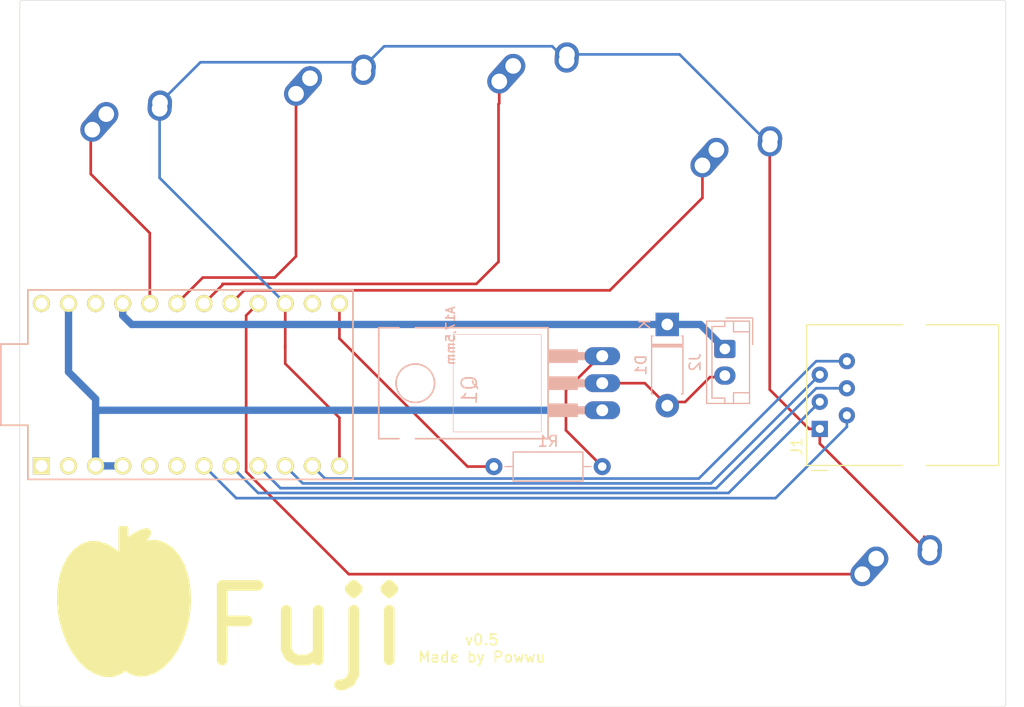
<source format=kicad_pcb>
(kicad_pcb (version 20171130) (host pcbnew 5.1.4)

  (general
    (thickness 1.6)
    (drawings 133)
    (tracks 99)
    (zones 0)
    (modules 11)
    (nets 24)
  )

  (page A4)
  (layers
    (0 F.Cu signal)
    (31 B.Cu signal)
    (32 B.Adhes user)
    (33 F.Adhes user)
    (34 B.Paste user)
    (35 F.Paste user)
    (36 B.SilkS user)
    (37 F.SilkS user)
    (38 B.Mask user)
    (39 F.Mask user)
    (40 Dwgs.User user)
    (41 Cmts.User user)
    (42 Eco1.User user)
    (43 Eco2.User user)
    (44 Edge.Cuts user)
    (45 Margin user)
    (46 B.CrtYd user)
    (47 F.CrtYd user)
    (48 B.Fab user)
    (49 F.Fab user)
  )

  (setup
    (last_trace_width 0.25)
    (user_trace_width 0.69)
    (trace_clearance 0.2)
    (zone_clearance 0.508)
    (zone_45_only no)
    (trace_min 0.2)
    (via_size 0.8)
    (via_drill 0.4)
    (via_min_size 0.4)
    (via_min_drill 0.3)
    (uvia_size 0.3)
    (uvia_drill 0.1)
    (uvias_allowed no)
    (uvia_min_size 0.2)
    (uvia_min_drill 0.1)
    (edge_width 0.05)
    (segment_width 0.2)
    (pcb_text_width 0.3)
    (pcb_text_size 1.5 1.5)
    (mod_edge_width 0.12)
    (mod_text_size 1 1)
    (mod_text_width 0.15)
    (pad_size 1.524 1.524)
    (pad_drill 0.762)
    (pad_to_mask_clearance 0.051)
    (solder_mask_min_width 0.25)
    (aux_axis_origin 0 0)
    (visible_elements FFFFFF7F)
    (pcbplotparams
      (layerselection 0x010fc_ffffffff)
      (usegerberextensions false)
      (usegerberattributes false)
      (usegerberadvancedattributes false)
      (creategerberjobfile false)
      (excludeedgelayer true)
      (linewidth 0.100000)
      (plotframeref false)
      (viasonmask false)
      (mode 1)
      (useauxorigin false)
      (hpglpennumber 1)
      (hpglpenspeed 20)
      (hpglpendiameter 15.000000)
      (psnegative false)
      (psa4output false)
      (plotreference true)
      (plotvalue true)
      (plotinvisibletext false)
      (padsonsilk false)
      (subtractmaskfromsilk false)
      (outputformat 1)
      (mirror false)
      (drillshape 0)
      (scaleselection 1)
      (outputdirectory "gerbers-left/"))
  )

  (net 0 "")
  (net 1 "Net-(D1-Pad2)")
  (net 2 VCC)
  (net 3 ROW0)
  (net 4 COL5)
  (net 5 COL6)
  (net 6 COL7)
  (net 7 COL8)
  (net 8 COL9)
  (net 9 COL4)
  (net 10 COL3)
  (net 11 COL2)
  (net 12 COL1)
  (net 13 COL0)
  (net 14 GND)
  (net 15 "Net-(Q1-PadB)")
  (net 16 SOL)
  (net 17 "Net-(U1-Pad24)")
  (net 18 "Net-(U1-Pad22)")
  (net 19 "Net-(U1-Pad14)")
  (net 20 "Net-(U1-Pad6)")
  (net 21 "Net-(U1-Pad5)")
  (net 22 "Net-(U1-Pad2)")
  (net 23 "Net-(U1-Pad1)")

  (net_class Default "This is the default net class."
    (clearance 0.2)
    (trace_width 0.25)
    (via_dia 0.8)
    (via_drill 0.4)
    (uvia_dia 0.3)
    (uvia_drill 0.1)
    (add_net COL0)
    (add_net COL1)
    (add_net COL2)
    (add_net COL3)
    (add_net COL4)
    (add_net COL5)
    (add_net COL6)
    (add_net COL7)
    (add_net COL8)
    (add_net COL9)
    (add_net GND)
    (add_net "Net-(D1-Pad2)")
    (add_net "Net-(Q1-PadB)")
    (add_net "Net-(U1-Pad1)")
    (add_net "Net-(U1-Pad14)")
    (add_net "Net-(U1-Pad2)")
    (add_net "Net-(U1-Pad22)")
    (add_net "Net-(U1-Pad24)")
    (add_net "Net-(U1-Pad5)")
    (add_net "Net-(U1-Pad6)")
    (add_net ROW0)
    (add_net SOL)
    (add_net VCC)
  )

  (module Connector_RJ:RJ12_Amphenol_54601 (layer F.Cu) (tedit 5AE2E32D) (tstamp 62CDEBB9)
    (at 182.2 115.4 90)
    (descr "RJ12 connector  https://cdn.amphenol-icc.com/media/wysiwyg/files/drawing/c-bmj-0082.pdf")
    (tags "RJ12 connector")
    (path /62BFBA89)
    (fp_text reference J1 (at -1.67 -2.16 90) (layer F.SilkS)
      (effects (font (size 1 1) (thickness 0.15)))
    )
    (fp_text value 6P6C (at 3.54 18.3 90) (layer F.Fab)
      (effects (font (size 1 1) (thickness 0.15)))
    )
    (fp_text user %R (at 3.16 7.76 90) (layer F.Fab)
      (effects (font (size 1 1) (thickness 0.15)))
    )
    (fp_line (start -3.43 16.77) (end -3.43 0.52) (layer F.Fab) (width 0.1))
    (fp_line (start -3.43 -1.23) (end 9.77 -1.23) (layer F.Fab) (width 0.1))
    (fp_line (start 9.77 -1.23) (end 9.77 16.77) (layer F.Fab) (width 0.1))
    (fp_line (start 9.77 16.77) (end -3.43 16.77) (layer F.Fab) (width 0.1))
    (fp_line (start -4.04 -1.73) (end 10.38 -1.73) (layer F.CrtYd) (width 0.05))
    (fp_line (start 10.38 -1.73) (end 10.38 17.27) (layer F.CrtYd) (width 0.05))
    (fp_line (start 10.38 17.27) (end -4.04 17.27) (layer F.CrtYd) (width 0.05))
    (fp_line (start -4.04 17.27) (end -4.04 -1.73) (layer F.CrtYd) (width 0.05))
    (fp_line (start -3.43 -1.23) (end 9.77 -1.23) (layer F.SilkS) (width 0.12))
    (fp_line (start 9.77 -1.23) (end 9.77 7.79) (layer F.SilkS) (width 0.12))
    (fp_line (start 9.77 16.65) (end 9.77 16.77) (layer F.SilkS) (width 0.1))
    (fp_line (start 9.77 16.77) (end 9.77 9.99) (layer F.SilkS) (width 0.12))
    (fp_line (start 9.77 16.76) (end 9.77 16.77) (layer F.SilkS) (width 0.1))
    (fp_line (start 9.77 16.77) (end -3.43 16.77) (layer F.SilkS) (width 0.12))
    (fp_line (start -3.43 16.77) (end -3.43 9.99) (layer F.SilkS) (width 0.12))
    (fp_line (start -3.43 7.72) (end -3.43 7.79) (layer F.SilkS) (width 0.1))
    (fp_line (start -3.43 7.79) (end -3.43 -1.23) (layer F.SilkS) (width 0.12))
    (fp_line (start -3.9 0.77) (end -3.9 -0.76) (layer F.SilkS) (width 0.12))
    (fp_line (start -3.43 0.52) (end -2.93 0.02) (layer F.Fab) (width 0.1))
    (fp_line (start -2.93 0.02) (end -3.43 -0.48) (layer F.Fab) (width 0.1))
    (fp_line (start -3.43 -0.48) (end -3.43 -1.23) (layer F.Fab) (width 0.1))
    (pad 1 thru_hole rect (at 0 0 90) (size 1.52 1.52) (drill 0.76) (layers *.Cu *.Mask)
      (net 3 ROW0))
    (pad "" np_thru_hole circle (at -1.91 8.89 90) (size 3.25 3.25) (drill 3.25) (layers *.Cu *.Mask))
    (pad 2 thru_hole circle (at 1.27 2.54 90) (size 1.52 1.52) (drill 0.76) (layers *.Cu *.Mask)
      (net 8 COL9))
    (pad 3 thru_hole circle (at 2.54 0 90) (size 1.52 1.52) (drill 0.76) (layers *.Cu *.Mask)
      (net 7 COL8))
    (pad 4 thru_hole circle (at 3.81 2.54 90) (size 1.52 1.52) (drill 0.76) (layers *.Cu *.Mask)
      (net 6 COL7))
    (pad 5 thru_hole circle (at 5.08 0 90) (size 1.52 1.52) (drill 0.76) (layers *.Cu *.Mask)
      (net 5 COL6))
    (pad 6 thru_hole circle (at 6.35 2.54 90) (size 1.52 1.52) (drill 0.76) (layers *.Cu *.Mask)
      (net 4 COL5))
    (pad "" np_thru_hole circle (at 8.25 8.89 90) (size 3.25 3.25) (drill 3.25) (layers *.Cu *.Mask))
    (model ${KISYS3DMOD}/Connector_RJ.3dshapes/RJ12_Amphenol_54601.wrl
      (at (xyz 0 0 0))
      (scale (xyz 1 1 1))
      (rotate (xyz 0 0 0))
    )
  )

  (module MX_Alps_Hybrid:MX-1U-NoLED (layer F.Cu) (tedit 5A9F5203) (tstamp 62CDEC0B)
    (at 136.9 86.5)
    (path /62BA2FCC)
    (fp_text reference MX2 (at 0 3.175) (layer Dwgs.User)
      (effects (font (size 1 1) (thickness 0.15)))
    )
    (fp_text value MX-NoLED (at 0 -7.9375) (layer Dwgs.User)
      (effects (font (size 1 1) (thickness 0.15)))
    )
    (fp_line (start -9.525 9.525) (end -9.525 -9.525) (layer Dwgs.User) (width 0.15))
    (fp_line (start 9.525 9.525) (end -9.525 9.525) (layer Dwgs.User) (width 0.15))
    (fp_line (start 9.525 -9.525) (end 9.525 9.525) (layer Dwgs.User) (width 0.15))
    (fp_line (start -9.525 -9.525) (end 9.525 -9.525) (layer Dwgs.User) (width 0.15))
    (fp_line (start -7 -7) (end -7 -5) (layer Dwgs.User) (width 0.15))
    (fp_line (start -5 -7) (end -7 -7) (layer Dwgs.User) (width 0.15))
    (fp_line (start -7 7) (end -5 7) (layer Dwgs.User) (width 0.15))
    (fp_line (start -7 5) (end -7 7) (layer Dwgs.User) (width 0.15))
    (fp_line (start 7 7) (end 7 5) (layer Dwgs.User) (width 0.15))
    (fp_line (start 5 7) (end 7 7) (layer Dwgs.User) (width 0.15))
    (fp_line (start 7 -7) (end 7 -5) (layer Dwgs.User) (width 0.15))
    (fp_line (start 5 -7) (end 7 -7) (layer Dwgs.User) (width 0.15))
    (pad "" np_thru_hole circle (at 5.08 0 48.0996) (size 1.75 1.75) (drill 1.75) (layers *.Cu *.Mask))
    (pad "" np_thru_hole circle (at -5.08 0 48.0996) (size 1.75 1.75) (drill 1.75) (layers *.Cu *.Mask))
    (pad 1 thru_hole circle (at -2.5 -4) (size 2.25 2.25) (drill 1.47) (layers *.Cu B.Mask)
      (net 10 COL3))
    (pad "" np_thru_hole circle (at 0 0) (size 3.9878 3.9878) (drill 3.9878) (layers *.Cu *.Mask))
    (pad 1 thru_hole oval (at -3.81 -2.54 48.0996) (size 4.211556 2.25) (drill 1.47 (offset 0.980778 0)) (layers *.Cu B.Mask)
      (net 10 COL3))
    (pad 2 thru_hole circle (at 2.54 -5.08) (size 2.25 2.25) (drill 1.47) (layers *.Cu B.Mask)
      (net 3 ROW0))
    (pad 2 thru_hole oval (at 2.5 -4.5 86.0548) (size 2.831378 2.25) (drill 1.47 (offset 0.290689 0)) (layers *.Cu B.Mask)
      (net 3 ROW0))
  )

  (module MX_Alps_Hybrid:MX-1U-NoLED (layer F.Cu) (tedit 5A9F5203) (tstamp 62CDEC56)
    (at 189.992 131.572)
    (path /62BA39F4)
    (fp_text reference MX5 (at 0 3.175) (layer Dwgs.User)
      (effects (font (size 1 1) (thickness 0.15)))
    )
    (fp_text value MX-NoLED (at 0 -7.9375) (layer Dwgs.User)
      (effects (font (size 1 1) (thickness 0.15)))
    )
    (fp_line (start -9.525 9.525) (end -9.525 -9.525) (layer Dwgs.User) (width 0.15))
    (fp_line (start 9.525 9.525) (end -9.525 9.525) (layer Dwgs.User) (width 0.15))
    (fp_line (start 9.525 -9.525) (end 9.525 9.525) (layer Dwgs.User) (width 0.15))
    (fp_line (start -9.525 -9.525) (end 9.525 -9.525) (layer Dwgs.User) (width 0.15))
    (fp_line (start -7 -7) (end -7 -5) (layer Dwgs.User) (width 0.15))
    (fp_line (start -5 -7) (end -7 -7) (layer Dwgs.User) (width 0.15))
    (fp_line (start -7 7) (end -5 7) (layer Dwgs.User) (width 0.15))
    (fp_line (start -7 5) (end -7 7) (layer Dwgs.User) (width 0.15))
    (fp_line (start 7 7) (end 7 5) (layer Dwgs.User) (width 0.15))
    (fp_line (start 5 7) (end 7 7) (layer Dwgs.User) (width 0.15))
    (fp_line (start 7 -7) (end 7 -5) (layer Dwgs.User) (width 0.15))
    (fp_line (start 5 -7) (end 7 -7) (layer Dwgs.User) (width 0.15))
    (pad "" np_thru_hole circle (at 5.08 0 48.0996) (size 1.75 1.75) (drill 1.75) (layers *.Cu *.Mask))
    (pad "" np_thru_hole circle (at -5.08 0 48.0996) (size 1.75 1.75) (drill 1.75) (layers *.Cu *.Mask))
    (pad 1 thru_hole circle (at -2.5 -4) (size 2.25 2.25) (drill 1.47) (layers *.Cu B.Mask)
      (net 13 COL0))
    (pad "" np_thru_hole circle (at 0 0) (size 3.9878 3.9878) (drill 3.9878) (layers *.Cu *.Mask))
    (pad 1 thru_hole oval (at -3.81 -2.54 48.0996) (size 4.211556 2.25) (drill 1.47 (offset 0.980778 0)) (layers *.Cu B.Mask)
      (net 13 COL0))
    (pad 2 thru_hole circle (at 2.54 -5.08) (size 2.25 2.25) (drill 1.47) (layers *.Cu B.Mask)
      (net 3 ROW0))
    (pad 2 thru_hole oval (at 2.5 -4.5 86.0548) (size 2.831378 2.25) (drill 1.47 (offset 0.290689 0)) (layers *.Cu B.Mask)
      (net 3 ROW0))
  )

  (module MX_Alps_Hybrid:MX-1U-NoLED (layer F.Cu) (tedit 5A9F5203) (tstamp 62CDEC3D)
    (at 175.006 93.218)
    (path /62BA3660)
    (fp_text reference MX4 (at 0 3.175) (layer Dwgs.User)
      (effects (font (size 1 1) (thickness 0.15)))
    )
    (fp_text value MX-NoLED (at 0 -7.9375) (layer Dwgs.User)
      (effects (font (size 1 1) (thickness 0.15)))
    )
    (fp_line (start -9.525 9.525) (end -9.525 -9.525) (layer Dwgs.User) (width 0.15))
    (fp_line (start 9.525 9.525) (end -9.525 9.525) (layer Dwgs.User) (width 0.15))
    (fp_line (start 9.525 -9.525) (end 9.525 9.525) (layer Dwgs.User) (width 0.15))
    (fp_line (start -9.525 -9.525) (end 9.525 -9.525) (layer Dwgs.User) (width 0.15))
    (fp_line (start -7 -7) (end -7 -5) (layer Dwgs.User) (width 0.15))
    (fp_line (start -5 -7) (end -7 -7) (layer Dwgs.User) (width 0.15))
    (fp_line (start -7 7) (end -5 7) (layer Dwgs.User) (width 0.15))
    (fp_line (start -7 5) (end -7 7) (layer Dwgs.User) (width 0.15))
    (fp_line (start 7 7) (end 7 5) (layer Dwgs.User) (width 0.15))
    (fp_line (start 5 7) (end 7 7) (layer Dwgs.User) (width 0.15))
    (fp_line (start 7 -7) (end 7 -5) (layer Dwgs.User) (width 0.15))
    (fp_line (start 5 -7) (end 7 -7) (layer Dwgs.User) (width 0.15))
    (pad "" np_thru_hole circle (at 5.08 0 48.0996) (size 1.75 1.75) (drill 1.75) (layers *.Cu *.Mask))
    (pad "" np_thru_hole circle (at -5.08 0 48.0996) (size 1.75 1.75) (drill 1.75) (layers *.Cu *.Mask))
    (pad 1 thru_hole circle (at -2.5 -4) (size 2.25 2.25) (drill 1.47) (layers *.Cu B.Mask)
      (net 12 COL1))
    (pad "" np_thru_hole circle (at 0 0) (size 3.9878 3.9878) (drill 3.9878) (layers *.Cu *.Mask))
    (pad 1 thru_hole oval (at -3.81 -2.54 48.0996) (size 4.211556 2.25) (drill 1.47 (offset 0.980778 0)) (layers *.Cu B.Mask)
      (net 12 COL1))
    (pad 2 thru_hole circle (at 2.54 -5.08) (size 2.25 2.25) (drill 1.47) (layers *.Cu B.Mask)
      (net 3 ROW0))
    (pad 2 thru_hole oval (at 2.5 -4.5 86.0548) (size 2.831378 2.25) (drill 1.47 (offset 0.290689 0)) (layers *.Cu B.Mask)
      (net 3 ROW0))
  )

  (module MX_Alps_Hybrid:MX-1U-NoLED (layer F.Cu) (tedit 5A9F5203) (tstamp 62CDEC24)
    (at 155.956 85.344)
    (path /62BA33B3)
    (fp_text reference MX3 (at 0 3.175) (layer Dwgs.User)
      (effects (font (size 1 1) (thickness 0.15)))
    )
    (fp_text value MX-NoLED (at 0 -7.9375) (layer Dwgs.User)
      (effects (font (size 1 1) (thickness 0.15)))
    )
    (fp_line (start -9.525 9.525) (end -9.525 -9.525) (layer Dwgs.User) (width 0.15))
    (fp_line (start 9.525 9.525) (end -9.525 9.525) (layer Dwgs.User) (width 0.15))
    (fp_line (start 9.525 -9.525) (end 9.525 9.525) (layer Dwgs.User) (width 0.15))
    (fp_line (start -9.525 -9.525) (end 9.525 -9.525) (layer Dwgs.User) (width 0.15))
    (fp_line (start -7 -7) (end -7 -5) (layer Dwgs.User) (width 0.15))
    (fp_line (start -5 -7) (end -7 -7) (layer Dwgs.User) (width 0.15))
    (fp_line (start -7 7) (end -5 7) (layer Dwgs.User) (width 0.15))
    (fp_line (start -7 5) (end -7 7) (layer Dwgs.User) (width 0.15))
    (fp_line (start 7 7) (end 7 5) (layer Dwgs.User) (width 0.15))
    (fp_line (start 5 7) (end 7 7) (layer Dwgs.User) (width 0.15))
    (fp_line (start 7 -7) (end 7 -5) (layer Dwgs.User) (width 0.15))
    (fp_line (start 5 -7) (end 7 -7) (layer Dwgs.User) (width 0.15))
    (pad "" np_thru_hole circle (at 5.08 0 48.0996) (size 1.75 1.75) (drill 1.75) (layers *.Cu *.Mask))
    (pad "" np_thru_hole circle (at -5.08 0 48.0996) (size 1.75 1.75) (drill 1.75) (layers *.Cu *.Mask))
    (pad 1 thru_hole circle (at -2.5 -4) (size 2.25 2.25) (drill 1.47) (layers *.Cu B.Mask)
      (net 11 COL2))
    (pad "" np_thru_hole circle (at 0 0) (size 3.9878 3.9878) (drill 3.9878) (layers *.Cu *.Mask))
    (pad 1 thru_hole oval (at -3.81 -2.54 48.0996) (size 4.211556 2.25) (drill 1.47 (offset 0.980778 0)) (layers *.Cu B.Mask)
      (net 11 COL2))
    (pad 2 thru_hole circle (at 2.54 -5.08) (size 2.25 2.25) (drill 1.47) (layers *.Cu B.Mask)
      (net 3 ROW0))
    (pad 2 thru_hole oval (at 2.5 -4.5 86.0548) (size 2.831378 2.25) (drill 1.47 (offset 0.290689 0)) (layers *.Cu B.Mask)
      (net 3 ROW0))
  )

  (module MX_Alps_Hybrid:MX-1U-NoLED (layer F.Cu) (tedit 5A9F5203) (tstamp 62CDEBF2)
    (at 117.8 89.8652)
    (path /62BA251A)
    (fp_text reference MX1 (at 0 3.175) (layer Dwgs.User)
      (effects (font (size 1 1) (thickness 0.15)))
    )
    (fp_text value MX-NoLED (at 0 -7.9375) (layer Dwgs.User)
      (effects (font (size 1 1) (thickness 0.15)))
    )
    (fp_line (start -9.525 9.525) (end -9.525 -9.525) (layer Dwgs.User) (width 0.15))
    (fp_line (start 9.525 9.525) (end -9.525 9.525) (layer Dwgs.User) (width 0.15))
    (fp_line (start 9.525 -9.525) (end 9.525 9.525) (layer Dwgs.User) (width 0.15))
    (fp_line (start -9.525 -9.525) (end 9.525 -9.525) (layer Dwgs.User) (width 0.15))
    (fp_line (start -7 -7) (end -7 -5) (layer Dwgs.User) (width 0.15))
    (fp_line (start -5 -7) (end -7 -7) (layer Dwgs.User) (width 0.15))
    (fp_line (start -7 7) (end -5 7) (layer Dwgs.User) (width 0.15))
    (fp_line (start -7 5) (end -7 7) (layer Dwgs.User) (width 0.15))
    (fp_line (start 7 7) (end 7 5) (layer Dwgs.User) (width 0.15))
    (fp_line (start 5 7) (end 7 7) (layer Dwgs.User) (width 0.15))
    (fp_line (start 7 -7) (end 7 -5) (layer Dwgs.User) (width 0.15))
    (fp_line (start 5 -7) (end 7 -7) (layer Dwgs.User) (width 0.15))
    (pad "" np_thru_hole circle (at 5.08 0 48.0996) (size 1.75 1.75) (drill 1.75) (layers *.Cu *.Mask))
    (pad "" np_thru_hole circle (at -5.08 0 48.0996) (size 1.75 1.75) (drill 1.75) (layers *.Cu *.Mask))
    (pad 1 thru_hole circle (at -2.5 -4) (size 2.25 2.25) (drill 1.47) (layers *.Cu B.Mask)
      (net 9 COL4))
    (pad "" np_thru_hole circle (at 0 0) (size 3.9878 3.9878) (drill 3.9878) (layers *.Cu *.Mask))
    (pad 1 thru_hole oval (at -3.81 -2.54 48.0996) (size 4.211556 2.25) (drill 1.47 (offset 0.980778 0)) (layers *.Cu B.Mask)
      (net 9 COL4))
    (pad 2 thru_hole circle (at 2.54 -5.08) (size 2.25 2.25) (drill 1.47) (layers *.Cu B.Mask)
      (net 3 ROW0))
    (pad 2 thru_hole oval (at 2.5 -4.5 86.0548) (size 2.831378 2.25) (drill 1.47 (offset 0.290689 0)) (layers *.Cu B.Mask)
      (net 3 ROW0))
  )

  (module promicro:ProMicro (layer F.Cu) (tedit 5A06A962) (tstamp 62CDECB8)
    (at 123.19 111.252)
    (descr "Pro Micro footprint")
    (tags "promicro ProMicro")
    (path /62B9F926)
    (fp_text reference U1 (at 0 -10.16) (layer F.SilkS) hide
      (effects (font (size 1 1) (thickness 0.15)))
    )
    (fp_text value kbd_ProMicro (at 0 10.16) (layer F.Fab)
      (effects (font (size 1 1) (thickness 0.15)))
    )
    (fp_line (start 15.24 -8.89) (end 15.24 8.89) (layer F.SilkS) (width 0.15))
    (fp_line (start -15.24 -8.89) (end 15.24 -8.89) (layer F.SilkS) (width 0.15))
    (fp_line (start -15.24 -3.81) (end -15.24 -8.89) (layer F.SilkS) (width 0.15))
    (fp_line (start -17.78 -3.81) (end -15.24 -3.81) (layer F.SilkS) (width 0.15))
    (fp_line (start -17.78 3.81) (end -17.78 -3.81) (layer F.SilkS) (width 0.15))
    (fp_line (start -15.24 3.81) (end -17.78 3.81) (layer F.SilkS) (width 0.15))
    (fp_line (start -15.24 8.89) (end -15.24 3.81) (layer F.SilkS) (width 0.15))
    (fp_line (start -15.24 8.89) (end 15.24 8.89) (layer F.SilkS) (width 0.15))
    (fp_line (start -15.24 -8.89) (end 15.24 -8.89) (layer B.SilkS) (width 0.15))
    (fp_line (start -15.24 -3.81) (end -15.24 -8.89) (layer B.SilkS) (width 0.15))
    (fp_line (start -17.78 -3.81) (end -15.24 -3.81) (layer B.SilkS) (width 0.15))
    (fp_line (start -17.78 3.81) (end -17.78 -3.81) (layer B.SilkS) (width 0.15))
    (fp_line (start -15.24 3.81) (end -17.78 3.81) (layer B.SilkS) (width 0.15))
    (fp_line (start -15.24 8.89) (end -15.24 3.81) (layer B.SilkS) (width 0.15))
    (fp_line (start 15.24 8.89) (end -15.24 8.89) (layer B.SilkS) (width 0.15))
    (fp_line (start 15.24 -8.89) (end 15.24 8.89) (layer B.SilkS) (width 0.15))
    (pad 24 thru_hole circle (at -13.97 -7.62) (size 1.6 1.6) (drill 1.1) (layers *.Cu *.Mask F.SilkS)
      (net 17 "Net-(U1-Pad24)"))
    (pad 23 thru_hole circle (at -11.43 -7.62) (size 1.6 1.6) (drill 1.1) (layers *.Cu *.Mask F.SilkS)
      (net 14 GND))
    (pad 22 thru_hole circle (at -8.89 -7.62) (size 1.6 1.6) (drill 1.1) (layers *.Cu *.Mask F.SilkS)
      (net 18 "Net-(U1-Pad22)"))
    (pad 21 thru_hole circle (at -6.35 -7.62) (size 1.6 1.6) (drill 1.1) (layers *.Cu *.Mask F.SilkS)
      (net 2 VCC))
    (pad 20 thru_hole circle (at -3.81 -7.62) (size 1.6 1.6) (drill 1.1) (layers *.Cu *.Mask F.SilkS)
      (net 9 COL4))
    (pad 19 thru_hole circle (at -1.27 -7.62) (size 1.6 1.6) (drill 1.1) (layers *.Cu *.Mask F.SilkS)
      (net 10 COL3))
    (pad 18 thru_hole circle (at 1.27 -7.62) (size 1.6 1.6) (drill 1.1) (layers *.Cu *.Mask F.SilkS)
      (net 11 COL2))
    (pad 17 thru_hole circle (at 3.81 -7.62) (size 1.6 1.6) (drill 1.1) (layers *.Cu *.Mask F.SilkS)
      (net 12 COL1))
    (pad 16 thru_hole circle (at 6.35 -7.62) (size 1.6 1.6) (drill 1.1) (layers *.Cu *.Mask F.SilkS)
      (net 13 COL0))
    (pad 15 thru_hole circle (at 8.89 -7.62) (size 1.6 1.6) (drill 1.1) (layers *.Cu *.Mask F.SilkS)
      (net 3 ROW0))
    (pad 14 thru_hole circle (at 11.43 -7.62) (size 1.6 1.6) (drill 1.1) (layers *.Cu *.Mask F.SilkS)
      (net 19 "Net-(U1-Pad14)"))
    (pad 13 thru_hole circle (at 13.97 -7.62) (size 1.6 1.6) (drill 1.1) (layers *.Cu *.Mask F.SilkS)
      (net 16 SOL))
    (pad 12 thru_hole circle (at 13.97 7.62) (size 1.6 1.6) (drill 1.1) (layers *.Cu *.Mask F.SilkS)
      (net 3 ROW0))
    (pad 11 thru_hole circle (at 11.43 7.62) (size 1.6 1.6) (drill 1.1) (layers *.Cu *.Mask F.SilkS)
      (net 4 COL5))
    (pad 10 thru_hole circle (at 8.89 7.62) (size 1.6 1.6) (drill 1.1) (layers *.Cu *.Mask F.SilkS)
      (net 5 COL6))
    (pad 9 thru_hole circle (at 6.35 7.62) (size 1.6 1.6) (drill 1.1) (layers *.Cu *.Mask F.SilkS)
      (net 6 COL7))
    (pad 8 thru_hole circle (at 3.81 7.62) (size 1.6 1.6) (drill 1.1) (layers *.Cu *.Mask F.SilkS)
      (net 7 COL8))
    (pad 7 thru_hole circle (at 1.27 7.62) (size 1.6 1.6) (drill 1.1) (layers *.Cu *.Mask F.SilkS)
      (net 8 COL9))
    (pad 6 thru_hole circle (at -1.27 7.62) (size 1.6 1.6) (drill 1.1) (layers *.Cu *.Mask F.SilkS)
      (net 20 "Net-(U1-Pad6)"))
    (pad 5 thru_hole circle (at -3.81 7.62) (size 1.6 1.6) (drill 1.1) (layers *.Cu *.Mask F.SilkS)
      (net 21 "Net-(U1-Pad5)"))
    (pad 4 thru_hole circle (at -6.35 7.62) (size 1.6 1.6) (drill 1.1) (layers *.Cu *.Mask F.SilkS)
      (net 14 GND))
    (pad 3 thru_hole circle (at -8.89 7.62) (size 1.6 1.6) (drill 1.1) (layers *.Cu *.Mask F.SilkS)
      (net 14 GND))
    (pad 2 thru_hole circle (at -11.43 7.62) (size 1.6 1.6) (drill 1.1) (layers *.Cu *.Mask F.SilkS)
      (net 22 "Net-(U1-Pad2)"))
    (pad 1 thru_hole rect (at -13.97 7.62) (size 1.6 1.6) (drill 1.1) (layers *.Cu *.Mask F.SilkS)
      (net 23 "Net-(U1-Pad1)"))
  )

  (module Resistor_THT:R_Axial_DIN0207_L6.3mm_D2.5mm_P10.16mm_Horizontal (layer B.Cu) (tedit 5AE5139B) (tstamp 62CDEC8C)
    (at 161.8012 118.9368 180)
    (descr "Resistor, Axial_DIN0207 series, Axial, Horizontal, pin pitch=10.16mm, 0.25W = 1/4W, length*diameter=6.3*2.5mm^2, http://cdn-reichelt.de/documents/datenblatt/B400/1_4W%23YAG.pdf")
    (tags "Resistor Axial_DIN0207 series Axial Horizontal pin pitch 10.16mm 0.25W = 1/4W length 6.3mm diameter 2.5mm")
    (path /62C30A96)
    (fp_text reference R1 (at 5.08 2.37) (layer B.SilkS)
      (effects (font (size 1 1) (thickness 0.15)) (justify mirror))
    )
    (fp_text value 1.0K (at 5.08 -2.37) (layer B.Fab)
      (effects (font (size 1 1) (thickness 0.15)) (justify mirror))
    )
    (fp_text user %R (at 5.08 0) (layer B.Fab)
      (effects (font (size 1 1) (thickness 0.15)) (justify mirror))
    )
    (fp_line (start 11.21 1.5) (end -1.05 1.5) (layer B.CrtYd) (width 0.05))
    (fp_line (start 11.21 -1.5) (end 11.21 1.5) (layer B.CrtYd) (width 0.05))
    (fp_line (start -1.05 -1.5) (end 11.21 -1.5) (layer B.CrtYd) (width 0.05))
    (fp_line (start -1.05 1.5) (end -1.05 -1.5) (layer B.CrtYd) (width 0.05))
    (fp_line (start 9.12 0) (end 8.35 0) (layer B.SilkS) (width 0.12))
    (fp_line (start 1.04 0) (end 1.81 0) (layer B.SilkS) (width 0.12))
    (fp_line (start 8.35 1.37) (end 1.81 1.37) (layer B.SilkS) (width 0.12))
    (fp_line (start 8.35 -1.37) (end 8.35 1.37) (layer B.SilkS) (width 0.12))
    (fp_line (start 1.81 -1.37) (end 8.35 -1.37) (layer B.SilkS) (width 0.12))
    (fp_line (start 1.81 1.37) (end 1.81 -1.37) (layer B.SilkS) (width 0.12))
    (fp_line (start 10.16 0) (end 8.23 0) (layer B.Fab) (width 0.1))
    (fp_line (start 0 0) (end 1.93 0) (layer B.Fab) (width 0.1))
    (fp_line (start 8.23 1.25) (end 1.93 1.25) (layer B.Fab) (width 0.1))
    (fp_line (start 8.23 -1.25) (end 8.23 1.25) (layer B.Fab) (width 0.1))
    (fp_line (start 1.93 -1.25) (end 8.23 -1.25) (layer B.Fab) (width 0.1))
    (fp_line (start 1.93 1.25) (end 1.93 -1.25) (layer B.Fab) (width 0.1))
    (pad 2 thru_hole oval (at 10.16 0 180) (size 1.6 1.6) (drill 0.8) (layers *.Cu *.Mask)
      (net 16 SOL))
    (pad 1 thru_hole circle (at 0 0 180) (size 1.6 1.6) (drill 0.8) (layers *.Cu *.Mask)
      (net 15 "Net-(Q1-PadB)"))
    (model ${KISYS3DMOD}/Resistor_THT.3dshapes/R_Axial_DIN0207_L6.3mm_D2.5mm_P10.16mm_Horizontal.wrl
      (at (xyz 0 0 0))
      (scale (xyz 1 1 1))
      (rotate (xyz 0 0 0))
    )
  )

  (module Connector_JST:JST_EH_B2B-EH-A_1x02_P2.50mm_Vertical (layer B.Cu) (tedit 5C28142C) (tstamp 62CDEBD9)
    (at 173.3 107.9 270)
    (descr "JST EH series connector, B2B-EH-A (http://www.jst-mfg.com/product/pdf/eng/eEH.pdf), generated with kicad-footprint-generator")
    (tags "connector JST EH vertical")
    (path /62BDD26F)
    (fp_text reference J2 (at 1.25 2.8 270) (layer B.SilkS)
      (effects (font (size 1 1) (thickness 0.15)) (justify mirror))
    )
    (fp_text value "SOLENOID JST" (at 1.25 -3.4 270) (layer B.Fab)
      (effects (font (size 1 1) (thickness 0.15)) (justify mirror))
    )
    (fp_text user %R (at 5.7785 0.508 270) (layer B.Fab)
      (effects (font (size 1 1) (thickness 0.15)) (justify mirror))
    )
    (fp_line (start -2.91 -2.61) (end -0.41 -2.61) (layer B.Fab) (width 0.1))
    (fp_line (start -2.91 -0.11) (end -2.91 -2.61) (layer B.Fab) (width 0.1))
    (fp_line (start -2.91 -2.61) (end -0.41 -2.61) (layer B.SilkS) (width 0.12))
    (fp_line (start -2.91 -0.11) (end -2.91 -2.61) (layer B.SilkS) (width 0.12))
    (fp_line (start 4.11 -0.81) (end 4.11 -2.31) (layer B.SilkS) (width 0.12))
    (fp_line (start 5.11 -0.81) (end 4.11 -0.81) (layer B.SilkS) (width 0.12))
    (fp_line (start -1.61 -0.81) (end -1.61 -2.31) (layer B.SilkS) (width 0.12))
    (fp_line (start -2.61 -0.81) (end -1.61 -0.81) (layer B.SilkS) (width 0.12))
    (fp_line (start 4.61 0) (end 5.11 0) (layer B.SilkS) (width 0.12))
    (fp_line (start 4.61 1.21) (end 4.61 0) (layer B.SilkS) (width 0.12))
    (fp_line (start -2.11 1.21) (end 4.61 1.21) (layer B.SilkS) (width 0.12))
    (fp_line (start -2.11 0) (end -2.11 1.21) (layer B.SilkS) (width 0.12))
    (fp_line (start -2.61 0) (end -2.11 0) (layer B.SilkS) (width 0.12))
    (fp_line (start 5.11 1.71) (end -2.61 1.71) (layer B.SilkS) (width 0.12))
    (fp_line (start 5.11 -2.31) (end 5.11 1.71) (layer B.SilkS) (width 0.12))
    (fp_line (start -2.61 -2.31) (end 5.11 -2.31) (layer B.SilkS) (width 0.12))
    (fp_line (start -2.61 1.71) (end -2.61 -2.31) (layer B.SilkS) (width 0.12))
    (fp_line (start 5.5 2.1) (end -3 2.1) (layer B.CrtYd) (width 0.05))
    (fp_line (start 5.5 -2.7) (end 5.5 2.1) (layer B.CrtYd) (width 0.05))
    (fp_line (start -3 -2.7) (end 5.5 -2.7) (layer B.CrtYd) (width 0.05))
    (fp_line (start -3 2.1) (end -3 -2.7) (layer B.CrtYd) (width 0.05))
    (fp_line (start 5 1.6) (end -2.5 1.6) (layer B.Fab) (width 0.1))
    (fp_line (start 5 -2.2) (end 5 1.6) (layer B.Fab) (width 0.1))
    (fp_line (start -2.5 -2.2) (end 5 -2.2) (layer B.Fab) (width 0.1))
    (fp_line (start -2.5 1.6) (end -2.5 -2.2) (layer B.Fab) (width 0.1))
    (pad 2 thru_hole oval (at 2.5 0 270) (size 1.7 2) (drill 1) (layers *.Cu *.Mask)
      (net 1 "Net-(D1-Pad2)"))
    (pad 1 thru_hole roundrect (at 0 0 270) (size 1.7 2) (drill 1) (layers *.Cu *.Mask) (roundrect_rratio 0.147059)
      (net 2 VCC))
    (model ${KISYS3DMOD}/Connector_JST.3dshapes/JST_EH_B2B-EH-A_1x02_P2.50mm_Vertical.wrl
      (at (xyz 0 0 0))
      (scale (xyz 1 1 1))
      (rotate (xyz 0 0 0))
    )
  )

  (module Diode_THT:D_DO-41_SOD81_P7.62mm_Horizontal (layer B.Cu) (tedit 5AE50CD5) (tstamp 62CDEB97)
    (at 167.9 105.6 270)
    (descr "Diode, DO-41_SOD81 series, Axial, Horizontal, pin pitch=7.62mm, , length*diameter=5.2*2.7mm^2, , http://www.diodes.com/_files/packages/DO-41%20(Plastic).pdf")
    (tags "Diode DO-41_SOD81 series Axial Horizontal pin pitch 7.62mm  length 5.2mm diameter 2.7mm")
    (path /62C54781)
    (fp_text reference D1 (at 3.81 2.47 270) (layer B.SilkS)
      (effects (font (size 1 1) (thickness 0.15)) (justify mirror))
    )
    (fp_text value 1N4004 (at 3.81 -2.47 270) (layer B.Fab)
      (effects (font (size 1 1) (thickness 0.15)) (justify mirror))
    )
    (fp_text user K (at 0 2.1 270) (layer B.SilkS)
      (effects (font (size 1 1) (thickness 0.15)) (justify mirror))
    )
    (fp_text user K (at 0 2.1 270) (layer B.Fab)
      (effects (font (size 1 1) (thickness 0.15)) (justify mirror))
    )
    (fp_text user %R (at 4.2164 0.1016 270) (layer B.Fab)
      (effects (font (size 1 1) (thickness 0.15)) (justify mirror))
    )
    (fp_line (start 8.97 1.6) (end -1.35 1.6) (layer B.CrtYd) (width 0.05))
    (fp_line (start 8.97 -1.6) (end 8.97 1.6) (layer B.CrtYd) (width 0.05))
    (fp_line (start -1.35 -1.6) (end 8.97 -1.6) (layer B.CrtYd) (width 0.05))
    (fp_line (start -1.35 1.6) (end -1.35 -1.6) (layer B.CrtYd) (width 0.05))
    (fp_line (start 1.87 1.47) (end 1.87 -1.47) (layer B.SilkS) (width 0.12))
    (fp_line (start 2.11 1.47) (end 2.11 -1.47) (layer B.SilkS) (width 0.12))
    (fp_line (start 1.99 1.47) (end 1.99 -1.47) (layer B.SilkS) (width 0.12))
    (fp_line (start 6.53 -1.47) (end 6.53 -1.34) (layer B.SilkS) (width 0.12))
    (fp_line (start 1.09 -1.47) (end 6.53 -1.47) (layer B.SilkS) (width 0.12))
    (fp_line (start 1.09 -1.34) (end 1.09 -1.47) (layer B.SilkS) (width 0.12))
    (fp_line (start 6.53 1.47) (end 6.53 1.34) (layer B.SilkS) (width 0.12))
    (fp_line (start 1.09 1.47) (end 6.53 1.47) (layer B.SilkS) (width 0.12))
    (fp_line (start 1.09 1.34) (end 1.09 1.47) (layer B.SilkS) (width 0.12))
    (fp_line (start 1.89 1.35) (end 1.89 -1.35) (layer B.Fab) (width 0.1))
    (fp_line (start 2.09 1.35) (end 2.09 -1.35) (layer B.Fab) (width 0.1))
    (fp_line (start 1.99 1.35) (end 1.99 -1.35) (layer B.Fab) (width 0.1))
    (fp_line (start 7.62 0) (end 6.41 0) (layer B.Fab) (width 0.1))
    (fp_line (start 0 0) (end 1.21 0) (layer B.Fab) (width 0.1))
    (fp_line (start 6.41 1.35) (end 1.21 1.35) (layer B.Fab) (width 0.1))
    (fp_line (start 6.41 -1.35) (end 6.41 1.35) (layer B.Fab) (width 0.1))
    (fp_line (start 1.21 -1.35) (end 6.41 -1.35) (layer B.Fab) (width 0.1))
    (fp_line (start 1.21 1.35) (end 1.21 -1.35) (layer B.Fab) (width 0.1))
    (pad 2 thru_hole oval (at 7.62 0 270) (size 2.2 2.2) (drill 1.1) (layers *.Cu *.Mask)
      (net 1 "Net-(D1-Pad2)"))
    (pad 1 thru_hole rect (at 0 0 270) (size 2.2 2.2) (drill 1.1) (layers *.Cu *.Mask)
      (net 2 VCC))
    (model ${KISYS3DMOD}/Diode_THT.3dshapes/D_DO-41_SOD81_P7.62mm_Horizontal.wrl
      (at (xyz 0 0 0))
      (scale (xyz 1 1 1))
      (rotate (xyz 0 0 0))
    )
  )

  (module TO220AH (layer B.Cu) (tedit 62CD8DD2) (tstamp 62D3B7D3)
    (at 155.4512 111.1136 270)
    (descr "<b>Molded Package</b><p>grid 2.54 mm")
    (path /62BBA16B)
    (fp_text reference Q1 (at 0.635945 6.105015 270) (layer B.SilkS)
      (effects (font (size 1.402071 1.402071) (thickness 0.15)) (justify mirror))
    )
    (fp_text value TIP120 (at 2.28881 3.4332 270) (layer B.Fab)
      (effects (font (size 1.401717 1.401717) (thickness 0.15)) (justify mirror))
    )
    (fp_line (start -5.207 -1.27) (end 5.207 -1.27) (layer B.SilkS) (width 0.1524))
    (fp_line (start 5.207 14.605) (end -5.207 14.605) (layer B.SilkS) (width 0.1524))
    (fp_line (start 5.207 -1.27) (end 5.207 11.176) (layer B.SilkS) (width 0.1524))
    (fp_line (start 5.207 12.7) (end 5.207 14.605) (layer B.SilkS) (width 0.1524))
    (fp_line (start -5.207 -1.27) (end -5.207 11.176) (layer B.SilkS) (width 0.1524))
    (fp_line (start -5.207 12.7) (end -5.207 14.605) (layer B.SilkS) (width 0.1524))
    (fp_line (start -4.572 -0.635) (end 4.572 -0.635) (layer B.SilkS) (width 0.0508))
    (fp_line (start 4.572 7.62) (end 4.572 -0.635) (layer B.SilkS) (width 0.0508))
    (fp_line (start 4.572 7.62) (end -4.572 7.62) (layer B.SilkS) (width 0.0508))
    (fp_line (start -4.572 -0.635) (end -4.572 7.62) (layer B.SilkS) (width 0.0508))
    (fp_circle (center 0 11.176) (end 1.8034 11.176) (layer B.SilkS) (width 0.1524))
    (fp_circle (center 0 11.176) (end 4.191 11.176) (layer Dwgs.User) (width 0.1))
    (fp_circle (center 0 11.176) (end 4.191 11.176) (layer Dwgs.User) (width 0.1))
    (fp_text user A17,5mm (at -4.44891 7.88093 90) (layer B.SilkS)
      (effects (font (size 0.800701 0.800701) (thickness 0.15)) (justify mirror))
    )
    (fp_poly (pts (xy 2.1628 -4.064) (xy 2.921 -4.064) (xy 2.921 -4.70727) (xy 2.1628 -4.70727)) (layer B.SilkS) (width 0.01))
    (fp_poly (pts (xy -0.381151 -4.064) (xy 0.381 -4.064) (xy 0.381 -4.70086) (xy -0.381151 -4.70086)) (layer B.SilkS) (width 0.01))
    (fp_poly (pts (xy -2.92165 -4.064) (xy -2.159 -4.064) (xy -2.159 -4.70004) (xy -2.92165 -4.70004)) (layer B.SilkS) (width 0.01))
    (fp_poly (pts (xy -3.17659 -1.27) (xy -1.905 -1.27) (xy -1.905 -4.06604) (xy -3.17659 -4.06604)) (layer B.SilkS) (width 0.01))
    (fp_poly (pts (xy -0.635425 -1.27) (xy 0.635 -1.27) (xy 0.635 -4.06672) (xy -0.635425 -4.06672)) (layer B.SilkS) (width 0.01))
    (fp_poly (pts (xy 1.90591 -1.27) (xy 3.175 -1.27) (xy 3.175 -4.06594) (xy 1.90591 -4.06594)) (layer B.SilkS) (width 0.01))
    (fp_poly (pts (xy -2.92523 -4.699) (xy -2.159 -4.699) (xy -2.159 -6.61356) (xy -2.92523 -6.61356)) (layer B.Fab) (width 0.01))
    (fp_poly (pts (xy -0.381636 -4.699) (xy 0.381 -4.699) (xy 0.381 -6.61502) (xy -0.381636 -6.61502)) (layer B.Fab) (width 0.01))
    (fp_poly (pts (xy 2.16117 -4.699) (xy 2.921 -4.699) (xy 2.921 -6.61063) (xy 2.16117 -6.61063)) (layer B.Fab) (width 0.01))
    (pad B thru_hole oval (at -2.54 -6.35 270) (size 1.6764 3.3528) (drill 1.1176) (layers *.Cu *.Mask)
      (net 15 "Net-(Q1-PadB)"))
    (pad C thru_hole oval (at 0 -6.35 270) (size 1.6764 3.3528) (drill 1.1176) (layers *.Cu *.Mask)
      (net 1 "Net-(D1-Pad2)"))
    (pad E thru_hole oval (at 2.54 -6.35 270) (size 1.6764 3.3528) (drill 1.1176) (layers *.Cu *.Mask)
      (net 14 GND))
    (pad None np_thru_hole circle (at 0 11.176 270) (size 3.302 3.302) (drill 3.302) (layers *.Cu *.Mask))
  )

  (gr_text "v0.5\nMade by Powwu" (at 150.5 136) (layer F.SilkS)
    (effects (font (size 1 1) (thickness 0.15)))
  )
  (gr_poly (pts (xy 117.8 126.9) (xy 118.8 126.2) (xy 119.9 126.2) (xy 120.6 126.3) (xy 121.3 126.8) (xy 121.8 127.2) (xy 122.2 127.7) (xy 122.6 128.7) (xy 122.9 129.9) (xy 123 130.9) (xy 123 132.2) (xy 122.7 133.8) (xy 122.4 135.1) (xy 121.4 136.7) (xy 120.2 138) (xy 119.03915 138.346049) (xy 117.8 138.3) (xy 117 137.8) (xy 113 132.4)) (layer F.SilkS) (width 0.1))
  (gr_poly (pts (xy 116.9 125.7) (xy 119.1444 124.988549) (xy 117.8 126.9)) (layer F.SilkS) (width 0.1))
  (gr_poly (pts (xy 114.2 129.7) (xy 113.9 126.2) (xy 112.1 127.2) (xy 111.4 128.5) (xy 110.8 131.5) (xy 111.2 133.8) (xy 112.1 135.7) (xy 112.8 137) (xy 114 137.9) (xy 115.5 138.5) (xy 117.1 137.9) (xy 118.3 135.7) (xy 118.9 132.9) (xy 118.2 130.1) (xy 117 127.7) (xy 115.9 126.6) (xy 114.6 126.2) (xy 114 126.2) (xy 113.5533 126.231199)) (layer F.SilkS) (width 0.1))
  (gr_text Fuji (at 134 133.9) (layer F.SilkS)
    (effects (font (size 7 7) (thickness 1)))
  )
  (gr_line (start 116.30775 137.015449) (end 115.8575 136.186749) (layer F.SilkS) (width 0.5))
  (gr_line (start 113.5533 126.231199) (end 113.74215 126.198149) (layer F.SilkS) (width 0.5))
  (gr_line (start 115.32845 131.998349) (end 115.3724 131.689399) (layer F.SilkS) (width 0.5))
  (gr_line (start 117.84775 129.320699) (end 118.2674 130.428549) (layer F.SilkS) (width 0.5))
  (gr_line (start 110.93205 131.718949) (end 110.9486 130.534299) (layer F.SilkS) (width 0.5))
  (gr_line (start 118.4752 126.359799) (end 119.23225 126.102649) (layer F.SilkS) (width 0.5))
  (gr_line (start 113.0094 126.454749) (end 113.5533 126.231199) (layer F.SilkS) (width 0.5))
  (gr_line (start 114.51845 126.189449) (end 115.28375 126.4214) (layer F.SilkS) (width 0.5))
  (gr_line (start 119.17775 125.346049) (end 119.07685 125.500449) (layer F.SilkS) (width 0.5))
  (gr_line (start 112.3692 126.934299) (end 113.0094 126.454749) (layer F.SilkS) (width 0.5))
  (gr_line (start 116.62295 138.154249) (end 116.07905 138.377799) (layer F.SilkS) (width 0.5))
  (gr_line (start 111.0183 132.655349) (end 110.93205 131.718949) (layer F.SilkS) (width 0.5))
  (gr_line (start 115.32815 134.120799) (end 115.2729 132.937249) (layer F.SilkS) (width 0.5))
  (gr_line (start 119.20895 125.027299) (end 119.2461 125.10525) (layer F.SilkS) (width 0.5))
  (gr_line (start 116.9197 126.883649) (end 116.84895 126.867849) (layer F.SilkS) (width 0.5))
  (gr_line (start 115.3724 131.689399) (end 115.41635 131.379899) (layer F.SilkS) (width 0.5))
  (gr_line (start 118.2229 136.156899) (end 117.8 137) (layer F.SilkS) (width 0.5))
  (gr_line (start 120.19795 126.11265) (end 120.7492 126.318299) (layer F.SilkS) (width 0.5))
  (gr_line (start 118.70035 132.889999) (end 118.6838 134.074649) (layer F.SilkS) (width 0.5))
  (gr_line (start 117.2168 125.99605) (end 117.379 125.849799) (layer F.SilkS) (width 0.5))
  (gr_line (start 120.51615 137.613649) (end 119.796499 138.088849) (layer F.SilkS) (width 0.5))
  (gr_line (start 111.1111 129.436549) (end 111.4095 128.452399) (layer F.SilkS) (width 0.5))
  (gr_line (start 122.94325 132.450299) (end 122.8993 132.759549) (layer F.SilkS) (width 0.5))
  (gr_line (start 119.1444 124.988549) (end 119.20895 125.027299) (layer F.SilkS) (width 0.5))
  (gr_line (start 118.5213 135.172449) (end 118.2229 136.156899) (layer F.SilkS) (width 0.5))
  (gr_line (start 118.4524 138.38995) (end 118.26305 138.363149) (layer F.SilkS) (width 0.5))
  (gr_line (start 118.5058 131.338049) (end 118.5601 131.645999) (layer F.SilkS) (width 0.5))
  (gr_line (start 118.2674 130.428549) (end 118.5058 131.338049) (layer F.SilkS) (width 0.5))
  (gr_line (start 116.73525 126.638699) (end 116.792499 126.505499) (layer F.SilkS) (width 0.5))
  (gr_line (start 115.41635 131.379899) (end 115.6247 130.462999) (layer F.SilkS) (width 0.5))
  (gr_line (start 116.6859 124.764449) (end 116.6859 124.764449) (layer F.SilkS) (width 0.5))
  (gr_line (start 117.26315 137.674649) (end 116.62295 138.154249) (layer F.SilkS) (width 0.5))
  (gr_line (start 116.6859 124.764449) (end 117.12185 124.764449) (layer F.SilkS) (width 0.5))
  (gr_line (start 114.34865 138.1876) (end 113.6138 137.736199) (layer F.SilkS) (width 0.5))
  (gr_line (start 116.503049 128.348499) (end 117.0917 127.505349) (layer F.SilkS) (width 0.5))
  (gr_line (start 122.74435 129.235799) (end 122.94325 130.327949) (layer F.SilkS) (width 0.5))
  (gr_line (start 112.31255 136.264899) (end 111.78465 135.288299) (layer F.SilkS) (width 0.5))
  (gr_line (start 111.832399 127.608949) (end 112.3692 126.934299) (layer F.SilkS) (width 0.5))
  (gr_line (start 115.89055 138.411149) (end 115.7017 138.444249) (layer F.SilkS) (width 0.5))
  (gr_line (start 115.6247 130.462999) (end 116.00775 129.341799) (layer F.SilkS) (width 0.5))
  (gr_line (start 117.379 125.849799) (end 117.43485 125.803699) (layer F.SilkS) (width 0.5))
  (gr_line (start 111.364999 134.180449) (end 111.12655 133.270899) (layer F.SilkS) (width 0.5))
  (gr_line (start 110.9486 130.534299) (end 111.1111 129.436549) (layer F.SilkS) (width 0.5))
  (gr_line (start 116.70405 127.520849) (end 117.3201 128.344099) (layer F.SilkS) (width 0.5))
  (gr_line (start 111.07255 132.963299) (end 111.0183 132.655349) (layer F.SilkS) (width 0.5))
  (gr_line (start 116.89345 126.351149) (end 117.03555 126.179949) (layer F.SilkS) (width 0.5))
  (gr_line (start 118.81775 125.009949) (end 119.05025 124.967949) (layer F.SilkS) (width 0.5))
  (gr_line (start 117.43485 125.803699) (end 117.5504 125.707649) (layer F.SilkS) (width 0.5))
  (gr_line (start 119.235 125.212849) (end 119.17775 125.346049) (layer F.SilkS) (width 0.5))
  (gr_line (start 111.4095 128.452399) (end 111.832399 127.608949) (layer F.SilkS) (width 0.5))
  (gr_line (start 119.796499 138.088849) (end 119.03915 138.346049) (layer F.SilkS) (width 0.5))
  (gr_line (start 118.26305 138.363149) (end 118.07345 138.335999) (layer F.SilkS) (width 0.5))
  (gr_line (start 116.07905 138.377799) (end 115.89055 138.411149) (layer F.SilkS) (width 0.5))
  (gr_line (start 119.05025 124.967949) (end 119.12135 124.983699) (layer F.SilkS) (width 0.5))
  (gr_line (start 118.0501 126.405099) (end 117.571 126.678299) (layer F.SilkS) (width 0.5))
  (gr_line (start 116.86655 137.672149) (end 116.30775 137.015449) (layer F.SilkS) (width 0.5))
  (gr_line (start 115.8575 136.186749) (end 115.52705 135.212849) (layer F.SilkS) (width 0.5))
  (gr_line (start 122.94325 130.327949) (end 122.9986 131.511449) (layer F.SilkS) (width 0.5))
  (gr_line (start 117.571 126.678299) (end 117.1525 126.841349) (layer F.SilkS) (width 0.5))
  (gr_line (start 117.12185 124.764449) (end 117.12185 128.239649) (layer F.SilkS) (width 0.5))
  (gr_line (start 113.6138 137.736199) (end 112.9286 137.088149) (layer F.SilkS) (width 0.5))
  (gr_line (start 113.74215 126.198149) (end 113.9306 126.164749) (layer F.SilkS) (width 0.5))
  (gr_line (start 119.03915 138.346049) (end 118.4524 138.38995) (layer F.SilkS) (width 0.5))
  (gr_line (start 115.7017 138.444249) (end 115.11415 138.419549) (layer F.SilkS) (width 0.5))
  (gr_line (start 117.5222 138.13035) (end 116.86655 137.672149) (layer F.SilkS) (width 0.5))
  (gr_line (start 115.52705 135.212849) (end 115.32815 134.120799) (layer F.SilkS) (width 0.5))
  (gr_line (start 122.26375 135.106799) (end 121.7684 136.100199) (layer F.SilkS) (width 0.5))
  (gr_line (start 121.963649 127.433199) (end 122.414 128.262249) (layer F.SilkS) (width 0.5))
  (gr_line (start 122.9986 131.511449) (end 122.94325 132.450299) (layer F.SilkS) (width 0.5))
  (gr_line (start 117.5504 125.707649) (end 117.9202 125.446499) (layer F.SilkS) (width 0.5))
  (gr_line (start 119.23225 126.102649) (end 119.819 126.0587) (layer F.SilkS) (width 0.5))
  (gr_line (start 122.8993 132.759549) (end 122.8993 132.759549) (layer F.SilkS) (width 0.5))
  (gr_line (start 116.84895 126.867849) (end 116.8256 126.862749) (layer F.SilkS) (width 0.5))
  (gr_line (start 111.12655 133.270899) (end 111.07255 132.963299) (layer F.SilkS) (width 0.5))
  (gr_line (start 115.11415 138.419549) (end 114.34865 138.1876) (layer F.SilkS) (width 0.5))
  (gr_line (start 116.761 126.823999) (end 116.72385 126.746349) (layer F.SilkS) (width 0.5))
  (gr_line (start 122.85535 133.068749) (end 122.6467 133.985649) (layer F.SilkS) (width 0.5))
  (gr_line (start 116.6859 128.239649) (end 116.6859 124.764449) (layer F.SilkS) (width 0.5))
  (gr_line (start 122.8993 132.759549) (end 122.85535 133.068749) (layer F.SilkS) (width 0.5))
  (gr_line (start 122.414 128.262249) (end 122.74435 129.235799) (layer F.SilkS) (width 0.5))
  (gr_line (start 119.12135 124.983699) (end 119.1444 124.988549) (layer F.SilkS) (width 0.5))
  (gr_line (start 117.03555 126.179949) (end 117.2168 125.99605) (layer F.SilkS) (width 0.5))
  (gr_line (start 115.2729 132.937249) (end 115.32845 131.998349) (layer F.SilkS) (width 0.5))
  (gr_line (start 118.5601 131.645999) (end 118.5601 131.645999) (layer F.SilkS) (width 0.5))
  (gr_line (start 112.9286 137.088149) (end 112.31255 136.264899) (layer F.SilkS) (width 0.5))
  (gr_line (start 118.753249 125.855499) (end 118.5916 126.001749) (layer F.SilkS) (width 0.5))
  (gr_line (start 120.00865 126.085849) (end 120.19795 126.11265) (layer F.SilkS) (width 0.5))
  (gr_line (start 116.0186 126.872799) (end 116.70405 127.520849) (layer F.SilkS) (width 0.5))
  (gr_line (start 116.72385 126.746349) (end 116.73525 126.638699) (layer F.SilkS) (width 0.5))
  (gr_line (start 113.9306 126.164749) (end 114.51845 126.189449) (layer F.SilkS) (width 0.5))
  (gr_line (start 117.75525 126.835099) (end 118.4752 126.359799) (layer F.SilkS) (width 0.5))
  (gr_line (start 118.61405 131.953649) (end 118.70035 132.889999) (layer F.SilkS) (width 0.5))
  (gr_line (start 118.6838 134.074649) (end 118.5213 135.172449) (layer F.SilkS) (width 0.5))
  (gr_line (start 121.40485 126.776449) (end 121.963649 127.433199) (layer F.SilkS) (width 0.5))
  (gr_line (start 116.00775 129.341799) (end 116.503049 128.348499) (layer F.SilkS) (width 0.5))
  (gr_line (start 117.9202 125.446499) (end 118.3992 125.172999) (layer F.SilkS) (width 0.5))
  (gr_line (start 116.792499 126.505499) (end 116.89345 126.351149) (layer F.SilkS) (width 0.5))
  (gr_line (start 122.6467 133.985649) (end 122.26375 135.106799) (layer F.SilkS) (width 0.5))
  (gr_line (start 116.8256 126.862749) (end 116.761 126.823999) (layer F.SilkS) (width 0.5))
  (gr_line (start 117.12185 128.239649) (end 116.6859 128.239649) (layer F.SilkS) (width 0.5))
  (gr_line (start 117.0917 127.505349) (end 117.75525 126.835099) (layer F.SilkS) (width 0.5))
  (gr_line (start 121.179699 136.943299) (end 120.51615 137.613649) (layer F.SilkS) (width 0.5))
  (gr_line (start 119.07685 125.500449) (end 118.9344 125.671599) (layer F.SilkS) (width 0.5))
  (gr_line (start 119.12135 124.983699) (end 119.12135 124.983699) (layer F.SilkS) (width 0.5))
  (gr_line (start 117.1525 126.841349) (end 116.9197 126.883649) (layer F.SilkS) (width 0.5))
  (gr_line (start 118.9344 125.671599) (end 118.753249 125.855499) (layer F.SilkS) (width 0.5))
  (gr_line (start 118.41985 126.143899) (end 118.0501 126.405099) (layer F.SilkS) (width 0.5))
  (gr_line (start 119.2461 125.10525) (end 119.235 125.212849) (layer F.SilkS) (width 0.5))
  (gr_line (start 115.28375 126.4214) (end 116.0186 126.872799) (layer F.SilkS) (width 0.5))
  (gr_line (start 117.3201 128.344099) (end 117.84775 129.320699) (layer F.SilkS) (width 0.5))
  (gr_line (start 121.7684 136.100199) (end 121.179699 136.943299) (layer F.SilkS) (width 0.5))
  (gr_line (start 118.5916 126.001749) (end 118.535649 126.048149) (layer F.SilkS) (width 0.5))
  (gr_line (start 119.819 126.0587) (end 120.00865 126.085849) (layer F.SilkS) (width 0.5))
  (gr_line (start 118.5601 131.645999) (end 118.61405 131.953649) (layer F.SilkS) (width 0.5))
  (gr_line (start 120.7492 126.318299) (end 121.40485 126.776449) (layer F.SilkS) (width 0.5))
  (gr_line (start 111.78465 135.288299) (end 111.364999 134.180449) (layer F.SilkS) (width 0.5))
  (gr_line (start 118.3992 125.172999) (end 118.81775 125.009949) (layer F.SilkS) (width 0.5))
  (gr_line (start 118.07345 138.335999) (end 117.5222 138.13035) (layer F.SilkS) (width 0.5))
  (gr_line (start 118.535649 126.048149) (end 118.41985 126.143899) (layer F.SilkS) (width 0.5))
  (gr_line (start 117.8 137) (end 117.26315 137.674649) (layer F.SilkS) (width 0.5))
  (gr_line (start 107.188 75.438) (end 107.188 141.224) (layer Edge.Cuts) (width 0.05) (tstamp 62CF20FF))
  (gr_line (start 199.39 75.184) (end 107.442 75.184) (layer Edge.Cuts) (width 0.05) (tstamp 62CF20FE))
  (gr_line (start 199.644 75.438) (end 199.644 141.224) (layer Edge.Cuts) (width 0.05) (tstamp 62CF20FD))
  (gr_line (start 107.442 141.478) (end 199.39 141.478) (layer Edge.Cuts) (width 0.05) (tstamp 62CF20F8))
  (gr_arc (start 199.39 141.224) (end 199.39 141.478) (angle -90) (layer Edge.Cuts) (width 0.05))
  (gr_arc (start 107.442 75.438) (end 107.442 75.184) (angle -90) (layer Edge.Cuts) (width 0.05))
  (gr_arc (start 107.442 141.224) (end 107.188 141.224) (angle -90) (layer Edge.Cuts) (width 0.05))
  (gr_arc (start 199.39 75.438) (end 199.644 75.438) (angle -90) (layer Edge.Cuts) (width 0.05))

  (segment (start 173.4312 110.5408) (end 171.9072 110.5408) (width 0.25) (layer F.Cu) (net 1) (status 10))
  (segment (start 169.5704 112.8776) (end 167.894 112.8776) (width 0.25) (layer F.Cu) (net 1) (status 20))
  (segment (start 171.9072 110.5408) (end 169.5704 112.8776) (width 0.25) (layer F.Cu) (net 1))
  (segment (start 165.7936 111.1136) (end 161.8012 111.1136) (width 0.25) (layer F.Cu) (net 1) (status 20))
  (segment (start 167.9 113.22) (end 165.7936 111.1136) (width 0.25) (layer F.Cu) (net 1) (status 10))
  (segment (start 173.268 108.204) (end 173.4312 108.0408) (width 0.25) (layer F.Cu) (net 2) (status 30))
  (segment (start 171 105.6) (end 173.3 107.9) (width 0.69) (layer B.Cu) (net 2) (status 20))
  (segment (start 167.9 105.6) (end 171 105.6) (width 0.69) (layer B.Cu) (net 2) (status 10))
  (segment (start 116.84 104.76337) (end 116.84 103.632) (width 0.69) (layer B.Cu) (net 2) (status 20))
  (segment (start 117.67663 105.6) (end 116.84 104.76337) (width 0.69) (layer B.Cu) (net 2))
  (segment (start 167.9 105.6) (end 117.67663 105.6) (width 0.69) (layer B.Cu) (net 2) (status 10))
  (segment (start 178.3359 88.6164) (end 177.4044 88.6164) (width 0.25) (layer F.Cu) (net 3) (status 30))
  (segment (start 191.984 127.072) (end 191.984 125.516) (width 0.25) (layer F.Cu) (net 3) (status 30))
  (segment (start 132.08 103.632) (end 132.08 107.58) (width 0.25) (layer F.Cu) (net 3) (status 10))
  (segment (start 132.08 107.58) (end 132.08 107.82) (width 0.25) (layer F.Cu) (net 3))
  (segment (start 139.4 82) (end 138.4 81) (width 0.25) (layer F.Cu) (net 3) (status 30))
  (segment (start 177.8575 88.138) (end 177.546 88.138) (width 0.25) (layer B.Cu) (net 3) (status 30))
  (segment (start 169.052 80.264) (end 158.496 80.264) (width 0.25) (layer B.Cu) (net 3) (status 20))
  (segment (start 177.506 88.718) (end 169.052 80.264) (width 0.25) (layer B.Cu) (net 3) (status 10))
  (segment (start 141.36 79.5) (end 139.44 81.42) (width 0.25) (layer B.Cu) (net 3) (status 20))
  (segment (start 157.112 79.5) (end 141.36 79.5) (width 0.25) (layer B.Cu) (net 3))
  (segment (start 158.456 80.844) (end 157.112 79.5) (width 0.25) (layer B.Cu) (net 3) (status 10))
  (segment (start 124.1252 81) (end 120.34 84.7852) (width 0.25) (layer B.Cu) (net 3) (status 20))
  (segment (start 139.4 82) (end 138.4 81) (width 0.25) (layer B.Cu) (net 3) (status 30))
  (segment (start 138.4 81) (end 124.1252 81) (width 0.25) (layer B.Cu) (net 3) (status 10))
  (segment (start 120.3 91.852) (end 132.08 103.632) (width 0.25) (layer B.Cu) (net 3) (status 20))
  (segment (start 120.3 85.3652) (end 120.3 91.852) (width 0.25) (layer B.Cu) (net 3) (status 10))
  (segment (start 137.16 114.36) (end 137.16 118.872) (width 0.25) (layer F.Cu) (net 3) (status 20))
  (segment (start 132.08 109.28) (end 137.16 114.36) (width 0.25) (layer F.Cu) (net 3))
  (segment (start 132.08 107.58) (end 132.08 109.28) (width 0.25) (layer F.Cu) (net 3))
  (segment (start 177.546 89.72899) (end 177.546 88.138) (width 0.25) (layer F.Cu) (net 3))
  (segment (start 182.2 116.78) (end 182.2 115.4) (width 0.25) (layer F.Cu) (net 3))
  (segment (start 192.492 127.072) (end 182.2 116.78) (width 0.25) (layer F.Cu) (net 3))
  (segment (start 177.506 111.716) (end 177.506 88.718) (width 0.25) (layer F.Cu) (net 3))
  (segment (start 181.19 115.4) (end 177.506 111.716) (width 0.25) (layer F.Cu) (net 3))
  (segment (start 182.2 115.4) (end 181.19 115.4) (width 0.25) (layer F.Cu) (net 3))
  (segment (start 135.809801 120.061801) (end 134.62 118.872) (width 0.25) (layer B.Cu) (net 4))
  (segment (start 170.852397 120.061801) (end 135.809801 120.061801) (width 0.25) (layer B.Cu) (net 4))
  (segment (start 181.864198 109.05) (end 170.852397 120.061801) (width 0.25) (layer B.Cu) (net 4))
  (segment (start 184.74 109.05) (end 181.864198 109.05) (width 0.25) (layer B.Cu) (net 4))
  (segment (start 132.879999 119.671999) (end 132.08 118.872) (width 0.25) (layer B.Cu) (net 5))
  (segment (start 133.719811 120.511811) (end 132.879999 119.671999) (width 0.25) (layer B.Cu) (net 5))
  (segment (start 172.008189 120.511811) (end 133.719811 120.511811) (width 0.25) (layer B.Cu) (net 5))
  (segment (start 182.2 110.32) (end 172.008189 120.511811) (width 0.25) (layer B.Cu) (net 5))
  (segment (start 183.665198 111.59) (end 184.74 111.59) (width 0.25) (layer B.Cu) (net 6))
  (segment (start 181.864198 111.59) (end 183.665198 111.59) (width 0.25) (layer B.Cu) (net 6))
  (segment (start 172.492377 120.961821) (end 181.864198 111.59) (width 0.25) (layer B.Cu) (net 6))
  (segment (start 131.629821 120.961821) (end 172.492377 120.961821) (width 0.25) (layer B.Cu) (net 6))
  (segment (start 129.54 118.872) (end 131.629821 120.961821) (width 0.25) (layer B.Cu) (net 6))
  (segment (start 181.440001 113.619999) (end 182.2 112.86) (width 0.25) (layer B.Cu) (net 7))
  (segment (start 173.64817 121.41183) (end 181.440001 113.619999) (width 0.25) (layer B.Cu) (net 7))
  (segment (start 129.53983 121.41183) (end 173.64817 121.41183) (width 0.25) (layer B.Cu) (net 7))
  (segment (start 127 118.872) (end 129.53983 121.41183) (width 0.25) (layer B.Cu) (net 7))
  (segment (start 184.74 115.204802) (end 184.74 114.13) (width 0.25) (layer B.Cu) (net 8))
  (segment (start 178.044802 121.9) (end 184.74 115.204802) (width 0.25) (layer B.Cu) (net 8))
  (segment (start 127.488 121.9) (end 178.044802 121.9) (width 0.25) (layer B.Cu) (net 8))
  (segment (start 124.46 118.872) (end 127.488 121.9) (width 0.25) (layer B.Cu) (net 8))
  (segment (start 113.8428 87.3252) (end 113.8428 91.4908) (width 0.25) (layer F.Cu) (net 9) (status 10))
  (segment (start 113.8428 91.4908) (end 119.38 97.028) (width 0.25) (layer F.Cu) (net 9))
  (segment (start 119.38 97.028) (end 119.38 103.632) (width 0.25) (layer F.Cu) (net 9) (status 20))
  (segment (start 132.9944 83.9724) (end 132.488398 83.9724) (width 0.25) (layer F.Cu) (net 10) (status 30))
  (segment (start 131.1 101.2) (end 124.352 101.2) (width 0.25) (layer F.Cu) (net 10))
  (segment (start 124.352 101.2) (end 121.92 103.632) (width 0.25) (layer F.Cu) (net 10) (status 20))
  (segment (start 133.09 99.21) (end 131.1 101.2) (width 0.25) (layer F.Cu) (net 10))
  (segment (start 133.09 83.96) (end 133.09 99.21) (width 0.25) (layer F.Cu) (net 10) (status 10))
  (segment (start 152.076001 84.923999) (end 152.076001 99.723999) (width 0.25) (layer F.Cu) (net 11))
  (segment (start 152.146 84.854) (end 152.076001 84.923999) (width 0.25) (layer F.Cu) (net 11))
  (segment (start 152.146 82.804) (end 152.146 84.854) (width 0.25) (layer F.Cu) (net 11) (status 10))
  (segment (start 152.076001 99.723999) (end 150 101.8) (width 0.25) (layer F.Cu) (net 11))
  (segment (start 150 101.8) (end 126.2 101.8) (width 0.25) (layer F.Cu) (net 11))
  (segment (start 126.2 101.892) (end 124.46 103.632) (width 0.25) (layer F.Cu) (net 11) (status 20))
  (segment (start 126.2 101.8) (end 126.2 101.892) (width 0.25) (layer F.Cu) (net 11))
  (segment (start 171.196 93.724002) (end 162.520002 102.4) (width 0.25) (layer F.Cu) (net 12))
  (segment (start 171.196 90.678) (end 171.196 93.724002) (width 0.25) (layer F.Cu) (net 12) (status 10))
  (segment (start 128.232 102.4) (end 127 103.632) (width 0.25) (layer F.Cu) (net 12) (status 20))
  (segment (start 162.520002 102.4) (end 128.232 102.4) (width 0.25) (layer F.Cu) (net 12))
  (segment (start 128.414999 104.757001) (end 129.54 103.632) (width 0.25) (layer F.Cu) (net 13) (status 20))
  (segment (start 128.414999 119.412001) (end 128.414999 104.757001) (width 0.25) (layer F.Cu) (net 13))
  (segment (start 138.034998 129.032) (end 128.414999 119.412001) (width 0.25) (layer F.Cu) (net 13))
  (segment (start 186.182 129.032) (end 138.034998 129.032) (width 0.25) (layer F.Cu) (net 13) (status 10))
  (segment (start 113 111.3) (end 111.76 110.06) (width 0.25) (layer B.Cu) (net 14))
  (segment (start 114.3 112.6) (end 113 111.3) (width 0.25) (layer B.Cu) (net 14))
  (segment (start 114.3 118.872) (end 114.3 113.9) (width 0.69) (layer B.Cu) (net 14) (status 10))
  (segment (start 114.3 113.9) (end 114.3 112.6) (width 0.69) (layer B.Cu) (net 14))
  (segment (start 114.3 112.6) (end 112.2 110.5) (width 0.69) (layer B.Cu) (net 14))
  (segment (start 112.2 110.5) (end 111.76 110.06) (width 0.69) (layer B.Cu) (net 14))
  (segment (start 114.3 112.6) (end 112.2 110.5) (width 0.69) (layer B.Cu) (net 14))
  (segment (start 114.3 118.872) (end 116.84 118.872) (width 0.69) (layer B.Cu) (net 14) (status 30))
  (segment (start 111.76 110.06) (end 111.76 103.632) (width 0.69) (layer B.Cu) (net 14) (status 20))
  (segment (start 113.0536 111.3536) (end 113 111.3) (width 0.69) (layer B.Cu) (net 14))
  (segment (start 114.5464 113.6536) (end 114.3 113.9) (width 0.69) (layer B.Cu) (net 14))
  (segment (start 161.8012 113.6536) (end 114.5464 113.6536) (width 0.69) (layer B.Cu) (net 14) (status 10))
  (segment (start 158.4 115.5356) (end 161.8012 118.9368) (width 0.25) (layer F.Cu) (net 15) (status 20))
  (segment (start 158.4 111.77839) (end 161.55119 108.6272) (width 0.25) (layer F.Cu) (net 15) (status 20))
  (segment (start 161.55119 108.6272) (end 161.702995 108.475395) (width 0.25) (layer F.Cu) (net 15) (status 30))
  (segment (start 158.4 115.5356) (end 158.4 111.77839) (width 0.25) (layer F.Cu) (net 15))
  (segment (start 149.173918 118.9368) (end 151.6412 118.9368) (width 0.25) (layer F.Cu) (net 16) (status 20))
  (segment (start 137.16 106.922882) (end 149.173918 118.9368) (width 0.25) (layer F.Cu) (net 16))
  (segment (start 137.16 103.632) (end 137.16 106.922882) (width 0.25) (layer F.Cu) (net 16) (status 10))

)

</source>
